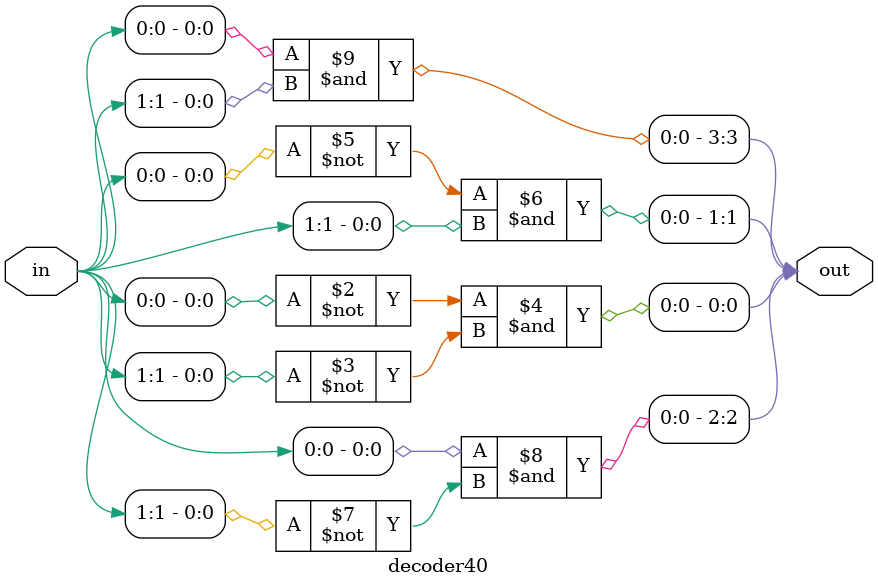
<source format=v>
module decoder40 (input [1:0] in, output reg [3:0] out);


    always @(*) begin
        out[0] = ~in[0] & ~in[1];
        out[1] = ~in[0] & in[1];
        out[2] = in[0] & ~in[1];
        out[3] = in[0] & in[1];
        
    end

endmodule

</source>
